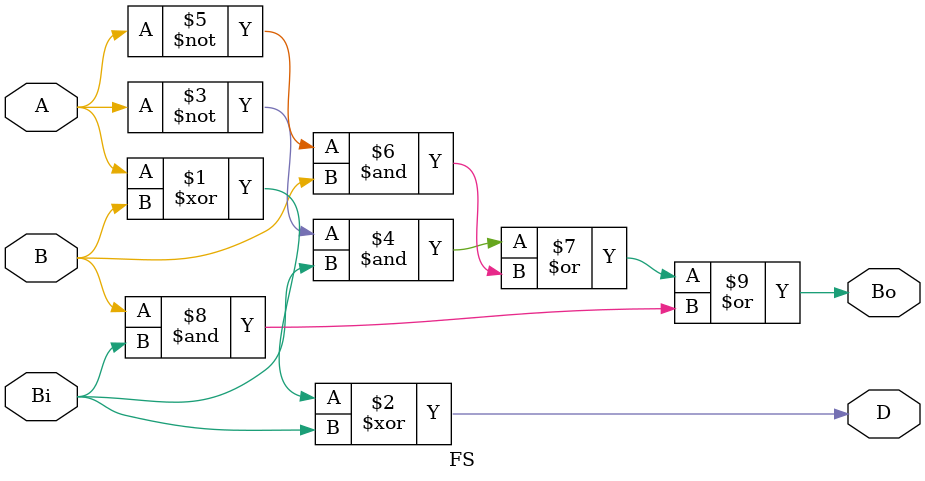
<source format=v>
`timescale 1ns / 1ps


module FS(
    input A, B, Bi,
	output D, Bo
    );
	 
	assign D = A ^ B ^ Bi;
	assign Bo = (~A & Bi) | (~A & B) | (B & Bi);
endmodule

</source>
